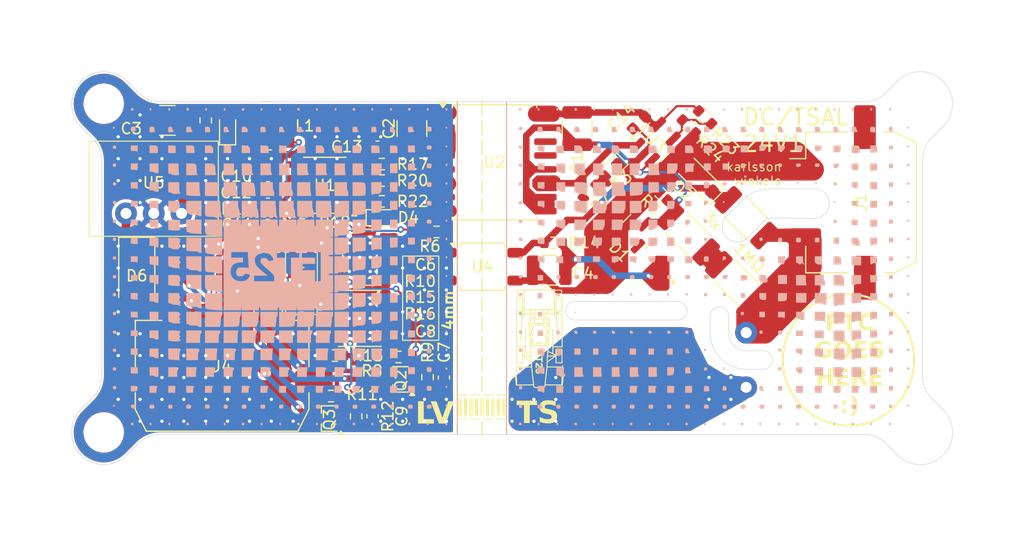
<source format=kicad_pcb>
(kicad_pcb
	(version 20240108)
	(generator "pcbnew")
	(generator_version "8.0")
	(general
		(thickness 1.6)
		(legacy_teardrops no)
	)
	(paper "A4")
	(layers
		(0 "F.Cu" signal)
		(31 "B.Cu" signal)
		(32 "B.Adhes" user "B.Adhesive")
		(33 "F.Adhes" user "F.Adhesive")
		(34 "B.Paste" user)
		(35 "F.Paste" user)
		(36 "B.SilkS" user "B.Silkscreen")
		(37 "F.SilkS" user "F.Silkscreen")
		(38 "B.Mask" user)
		(39 "F.Mask" user)
		(40 "Dwgs.User" user "User.Drawings")
		(41 "Cmts.User" user "User.Comments")
		(42 "Eco1.User" user "User.Eco1")
		(43 "Eco2.User" user "User.Eco2")
		(44 "Edge.Cuts" user)
		(45 "Margin" user)
		(46 "B.CrtYd" user "B.Courtyard")
		(47 "F.CrtYd" user "F.Courtyard")
		(48 "B.Fab" user)
		(49 "F.Fab" user)
		(50 "User.1" user)
		(51 "User.2" user)
		(52 "User.3" user)
		(53 "User.4" user)
		(54 "User.5" user)
		(55 "User.6" user)
		(56 "User.7" user)
		(57 "User.8" user)
		(58 "User.9" user)
	)
	(setup
		(stackup
			(layer "F.SilkS"
				(type "Top Silk Screen")
				(color "White")
			)
			(layer "F.Paste"
				(type "Top Solder Paste")
			)
			(layer "F.Mask"
				(type "Top Solder Mask")
				(color "Black")
				(thickness 0.01)
			)
			(layer "F.Cu"
				(type "copper")
				(thickness 0.035)
			)
			(layer "dielectric 1"
				(type "core")
				(color "FR4 natural")
				(thickness 1.51)
				(material "FR4")
				(epsilon_r 4.5)
				(loss_tangent 0.02)
			)
			(layer "B.Cu"
				(type "copper")
				(thickness 0.035)
			)
			(layer "B.Mask"
				(type "Bottom Solder Mask")
				(color "Black")
				(thickness 0.01)
			)
			(layer "B.Paste"
				(type "Bottom Solder Paste")
			)
			(layer "B.SilkS"
				(type "Bottom Silk Screen")
				(color "White")
			)
			(copper_finish "None")
			(dielectric_constraints no)
		)
		(pad_to_mask_clearance 0)
		(allow_soldermask_bridges_in_footprints no)
		(pcbplotparams
			(layerselection 0x00010fc_ffffffff)
			(plot_on_all_layers_selection 0x0000000_00000000)
			(disableapertmacros no)
			(usegerberextensions no)
			(usegerberattributes yes)
			(usegerberadvancedattributes yes)
			(creategerberjobfile yes)
			(dashed_line_dash_ratio 12.000000)
			(dashed_line_gap_ratio 3.000000)
			(svgprecision 4)
			(plotframeref no)
			(viasonmask no)
			(mode 1)
			(useauxorigin no)
			(hpglpennumber 1)
			(hpglpenspeed 20)
			(hpglpendiameter 15.000000)
			(pdf_front_fp_property_popups yes)
			(pdf_back_fp_property_popups yes)
			(dxfpolygonmode yes)
			(dxfimperialunits yes)
			(dxfusepcbnewfont yes)
			(psnegative no)
			(psa4output no)
			(plotreference yes)
			(plotvalue yes)
			(plotfptext yes)
			(plotinvisibletext no)
			(sketchpadsonfab no)
			(subtractmaskfromsilk no)
			(outputformat 1)
			(mirror no)
			(drillshape 1)
			(scaleselection 1)
			(outputdirectory "")
		)
	)
	(net 0 "")
	(net 1 "HV-")
	(net 2 "GND")
	(net 3 "Net-(Q1-G)")
	(net 4 "+BATT")
	(net 5 "/RED_EN")
	(net 6 "/RED_Low")
	(net 7 "/GREEN_EN")
	(net 8 "/GREEN_Low")
	(net 9 "Net-(U1-CV)")
	(net 10 "/TRIG")
	(net 11 "/TS_Active")
	(net 12 "/Vdiv")
	(net 13 "Net-(D2-K)")
	(net 14 "Net-(D3-A)")
	(net 15 "Net-(D4-A)")
	(net 16 "HV+")
	(net 17 "/TS_OFF")
	(net 18 "/SDC")
	(net 19 "/RED_High")
	(net 20 "/GREEN_High")
	(net 21 "Net-(Q1-D)")
	(net 22 "Net-(Q2-G)")
	(net 23 "Net-(Q3-G)")
	(net 24 "Net-(R1-Pad1)")
	(net 25 "Net-(R6-Pad2)")
	(net 26 "/TS>60V")
	(net 27 "Net-(U6-ISET)")
	(net 28 "Net-(U7-ISET)")
	(net 29 "Net-(U1-DIS)")
	(net 30 "unconnected-(U2-OUTC-Pad5)")
	(net 31 "unconnected-(U2-OUTB-Pad13)")
	(net 32 "unconnected-(U2-OUTA-Pad14)")
	(net 33 "unconnected-(U2-NC-Pad7)")
	(net 34 "+3V3_HV")
	(net 35 "Net-(D5-A)")
	(net 36 "/Vref")
	(net 37 "Net-(D6-A)")
	(net 38 "+5V")
	(net 39 "unconnected-(D1-NC-Pad2)")
	(net 40 "unconnected-(J1-PadMP)")
	(net 41 "unconnected-(J1-PadMP)_1")
	(net 42 "Net-(U5-Vout)")
	(net 43 "Net-(U1-R)")
	(footprint "Capacitor_SMD:C_0603_1608Metric" (layer "F.Cu") (at 156.745 67.5 180))
	(footprint "Capacitor_SMD:C_0603_1608Metric" (layer "F.Cu") (at 187.6 50.7 -135))
	(footprint "Connector_Molex:Molex_Micro-Fit_3.0_43045-0810_2x04-1MP_P3.00mm_Horizontal" (layer "F.Cu") (at 149.5 66.415 180))
	(footprint "Resistor_SMD:R_0603_1608Metric" (layer "F.Cu") (at 159.8 72 180))
	(footprint "Resistor_SMD:R_0603_1608Metric" (layer "F.Cu") (at 164.0975 57.9 180))
	(footprint "Package_TO_SOT_SMD:TO-263-2" (layer "F.Cu") (at 187.1 72.675 -90))
	(footprint "Resistor_SMD:R_0603_1608Metric" (layer "F.Cu") (at 165.625 72.125 180))
	(footprint "Resistor_SMD:R_0603_1608Metric" (layer "F.Cu") (at 192.156572 51.049243 -45))
	(footprint "Resistor_SMD:R_2010_5025Metric" (layer "F.Cu") (at 192.105552 60.905552 -45))
	(footprint "Resistor_SMD:R_0603_1608Metric" (layer "F.Cu") (at 161.75 77.55 90))
	(footprint "Resistor_SMD:R_0603_1608Metric" (layer "F.Cu") (at 189.6 57.2 135))
	(footprint "Package_SO:SOIC-8_3.9x4.9mm_P1.27mm" (layer "F.Cu") (at 158.885 56.435 180))
	(footprint "Resistor_SMD:R_0603_1608Metric" (layer "F.Cu") (at 159.45 75.7 180))
	(footprint "Resistor_SMD:R_0603_1608Metric" (layer "F.Cu") (at 193.642275 50.220411 -45))
	(footprint "Package_SO:HSOP-8-1EP_3.9x4.9mm_P1.27mm_EP2.41x3.1mm_ThermalVias" (layer "F.Cu") (at 162.075 68.6))
	(footprint "Resistor_SMD:R_0603_1608Metric" (layer "F.Cu") (at 156.75 63))
	(footprint "Capacitor_SMD:C_0603_1608Metric" (layer "F.Cu") (at 169.775 74 -90))
	(footprint "Resistor_SMD:R_2010_5025Metric" (layer "F.Cu") (at 196.535184 65.335184 -45))
	(footprint "Capacitor_SMD:C_1210_3225Metric" (layer "F.Cu") (at 181.95 51.25 -90))
	(footprint "LED_SMD:LED_0603_1608Metric" (layer "F.Cu") (at 185.043153 55.056847 -135))
	(footprint "Package_TO_SOT_SMD:SOT-323_SC-70" (layer "F.Cu") (at 165.825 74.175 180))
	(footprint "Connector_PinHeader_2.54mm:PinHeader_1x02_P2.54mm_Vertical" (layer "F.Cu") (at 197.4 72.4))
	(footprint "Capacitor_SMD:C_1210_3225Metric" (layer "F.Cu") (at 166.85 51.25 -90))
	(footprint "Package_TO_SOT_SMD:SOT-23-5_HandSoldering" (layer "F.Cu") (at 189.1 52.5 45))
	(footprint "Resistor_SMD:R_0603_1608Metric" (layer "F.Cu") (at 156.75 64.465))
	(footprint "Package_SO:SOP-4_3.8x4.1mm_P2.54mm" (layer "F.Cu") (at 173.3 63.87))
	(footprint "Connector_Molex:Molex_Micro-Fit_3.0_43650-0310_1x03-1MP_P3.00mm_Horizontal" (layer "F.Cu") (at 207.9 58 -90))
	(footprint "Package_TO_SOT_SMD:SOT-323_SC-70" (layer "F.Cu") (at 159.3 77.75 180))
	(footprint "MountingHole:MountingHole_3.2mm_M3" (layer "F.Cu") (at 138.67868 48.97868 180))
	(footprint "Resistor_SMD:R_0603_1608Metric" (layer "F.Cu") (at 156.745 66 180))
	(footprint "Capacitor_SMD:C_0603_1608Metric" (layer "F.Cu") (at 153.685 57.1 180))
	(footprint "MountingHole:MountingHole_3.2mm_M3" (layer "F.Cu") (at 213.32132 79.02132))
	(footprint "Resistor_SMD:R_0603_1608Metric" (layer "F.Cu") (at 164.1 54.5 180))
	(footprint "Resistor_SMD:R_0603_1608Metric" (layer "F.Cu") (at 148 50.5 -90))
	(footprint "Resistor_SMD:R_0603_1608Metric" (layer "F.Cu") (at 153.685 58.6 180))
	(footprint "Capacitor_SMD:C_0603_1608Metric" (layer "F.Cu") (at 163.25 77.55 -90))
	(footprint "Diode_SMD:D_SOD-123" (layer "F.Cu") (at 193.1 55.825 135))
	(footprint "MountingHole:MountingHole_3.2mm_M3" (layer "F.Cu") (at 138.67868 79.02132 -90))
	(footprint "Resistor_SMD:R_0603_1608Metric" (layer "F.Cu") (at 183.1 57 45))
	(footprint "Package_SO:SOIC-16W_7.5x10.3mm_P1.27mm"
		(layer "F.Cu")
		(uuid "a41e1a9c-908b-49bf-8927-63032ed814bb")
		(at 174.4 54.345)
		(descr "SOIC, 16 Pin (JEDEC MS-013AA, https://www.analog.com/media/en/package-pcb-resources/package/pkg_pdf/soic_wide-rw/rw_16.pdf), generated with kicad-footprint-generator ipc_gullwing_generator.py")
		(tags "SOIC SO")
		(property "Reference" "U2"
			(at 0 -0.005 0)
			(layer "F.SilkS")
			(uuid "a2505e79-6b69-49e0-8e85-872e6bf30495")
			(effects
				(font
					(size 1 1)
					(thickness 0.15)
				)
			)
		)
		(property "Value" "18024215401L"
			(at 0 6.1 0)
			(layer "F.Fab")
			(uuid "996a7646-e8fe-4c18-b5f6-b49a67b34e4c")
			(effects
				(font
					(size 1 1)
					(thickness 0.15)
				)
			)
		)
		(property "Footprint" "Package_SO:SOIC-16W_7.5x10.3mm_P1.27mm"
			(at 0 0 0)
			(unlocked yes)
			(layer "F.Fab")
			(hide yes)
			(uuid "f365419b-21e4-4ee1-8c78-52fcbbe82b8f")
			(effects
				(font
					(size 1.27 1.27)
					(thickness 0.15)
				)
			)
		)
		(property "Datasheet" "https://www.we-online.com/components/products/datasheet/18024215401H.pdf"
			(at 0 0 0)
			(unlocked yes)
			(layer "F.Fab")
			(hide yes)
			(uuid "eca51651-59b7-48dd-862f-b1c922d9d190")
			(effects
				(font
					(size 1.27 1.27)
					(thickness 0.15)
				)
			)
		)
		(property "Description" ""
			(at 0 0 0)
			(unlocked yes)
			(layer "F.Fab")
			(hide yes)
			(uuid "c0c67fd9-fb34-4fe9-bd89-0b8875c448f5")
			(effects
				(font
					(size 1.27 1.27)
					(thickness 0.15)
				)
			)
		)
		(path "/1d598d0b-0317-453c-a82d-eb54014498e7")
		(sheetname "Root")
		(sheetfile "DC.kicad_sch")
		(attr smd)
		(fp_line
			(start -3.86 -5.26)
			(end -3.86 -5.005)
			(stroke
				(width 0.12)
				(type solid)
			)
			(layer "F.SilkS")
			(uuid "d8b1652e-43a1-44ad-a108-2be2fab21147")
		)
		(fp_line
			(start -3.86 5.26)
			(end -3.86 5.005)
			(stroke
				(width 0.12)
				(type solid)
			)
			(layer "F.SilkS")
			(uuid "14fc7c14-381a-44fc-8e9c-3ca9f714c8a6")
		)
		(fp_line
			(start 0 -5.26)
			(end -3.86 -5.26)
			(stroke
				(width 0.12)
				(type solid)
			)
			(layer "F.SilkS")
			(uuid "dc1b5e51-81c7-41bf-8f9e-6d2eec6650d1")
		)
		(fp_line
			(start 0 -5.26)
			(end 3.86 -5.26)
			(stroke
				(width 0.12)
				(type solid)
			)
			(layer "F.SilkS")
			(uuid "e9dbc282-30ab-490e-9bca-d6d676155d19")
		)
		(fp_line
			(start 0 5.26)
			(end -3.86 5.26)
			(stroke
				(width 0.12)
				(type solid)
			)
			(layer "F.SilkS")
			(uuid "0fd27d97-b764-4f19-936b-68d455c223d0")
		)
		(fp_line
			(start 0 5.26)
			(end 3.86 5.26)
			(stroke
				(width 0.12)
				(type solid)
			)
			(layer "F.SilkS")
			(uuid "3de49d7b-fc58-4920-ba1e-76abd98437d4")
		)
		(fp_line
			(start 3.86 -5.26)
			(end 3.86 -5.005)
			(stroke
				(width 0.12)
				(type solid)
			)
			(layer "F.SilkS")
			(uuid "8b8419e7-4d11-4412-a669-fc8d6b40bc95")
		)
		(fp_line
			(start 3.86 5.26)
			(end 3.86 5.005)
			(stroke
				(width 0.12)
				(type solid)
			)
			(layer "F.SilkS")
			(uuid "3a19c767-6603-44cb-8a2f-171edcc0d1be")
		)
		(fp_poly
			(pts
				(xy -4.7125 -5.005) (xy -5.0525 -5.475) (xy -4.3725 -5.475) (xy -4.7125 -5.005)
			)
			(stroke
				(width 0.12)
				(type solid)
			)
			(fill solid)
			(layer "F.SilkS")
			(uuid "eab12edd-ca86-4a58-82c7-38d9127d7b6d")
		)
		(fp_line
			(start -5.93 -5.4)
			(end -5.93 5.4)
			(stroke
				(width 0.05)
				(type solid)
			)
			(layer "F.CrtYd")
			(uuid "170db562-5cc0-408c-ba2c-d0e9d12bcdcf")
		)
		(fp_line
			(start -5.93 5.4)
			(end 5.93 5.4)
			(stroke
				(width 0.05)
				(type solid)
			)
			(layer "F.CrtYd")
			(uuid "ec375f43-5b0c-4d99-b8f2-47195d29165f")
		)
		(fp_line
			(start 5.93 -5.4)
			(end -5.93 -5.4)
			(stroke
				(width 0.05)
				(type solid)
			)
			(layer "F.CrtYd")
			(uuid "e6c4b6f4-ece5-4225-98b6-00ab8de62240")
		)
		(fp_line
			(start 5.93 5.4)
			(end 5.93 -5.4)
			(stroke
				(width 0.05)
				(type solid)
			)
			(layer "F.CrtYd")
			(uuid "51861213-afec-46ff-a220-f0a3daad5f03")
		)
		(fp_line
			(start -3.75 -4.15)
			(end -2.75 -5.15)
			(stroke
				(width 0.1)
				(type solid)
			)
			(layer "F.Fab")
			(uuid "5b38de4e-5545-4160-9e57-9e99e4f55979")
		)
		(fp_line
			(start -3.75 5.15)
			(end -3.75 -4.15)
			(stroke
				(width 0.1)
				(type solid)
			)
			(layer "F.Fab")
			(uuid "24d4b86b-54b4-4096-86e4-6c08f8f76df8")
		)
		(fp_line
			(start -2.75 -5.15)
			(end 3.75 -5.15)
			(stroke
				(width 0.1)
				(type solid)
			)
			(layer "F.Fab")
			(uuid "81e83a33-1625-4c83-ba00-4fa403fbdd5b")
		)
		(fp_line
			(start 3.75 -5.15)
			(end 3.75 5.15)
			(stroke
				(width 0.1)
				(type solid)
			)
			(layer "F.Fab")
			(uuid "491ea3f1-a21e-4634-9129-b826e4fe38ea")
		)
		(fp_line
			(start 3.75 5.15)
			(end -3.75 5.15)
			(stroke
				(width 0.1)
				(type solid)
			)
			(layer "F.Fab")
			(uuid "1942ba08-9c74-4b77-b9b0-1ba64931f7ae")
		)
		(fp_text user "${REFERENCE}"
			(at 0 0 0)
			(layer "F.Fab")
			(uuid "5a199d1e-1411-4a0b-a93c-0694bc184667")
			(effects
				(font
					(size 1 1)
					(thickness 0.15)
				)
			)
		)
		(pad "1" smd roundrect
			(at -4.65 -4.445)
			(size 2.05 0.6)
			(layers "F.Cu" "F.Paste" "F.Mask")
			(roundrect_rratio 0.25)
			(net 38 "+5V")
			(pinfunction "VCC")
			(pintype "power_in")
			(uuid "c071cdec-df48-4a60-8679-8e357a2cbef5")
		)
		(pad "2" smd roundrect
			(at -4.65 -3.175)
			(size 2.05 0.6)
			(layers "F.Cu" "F.Paste" "F.Mask")
			(roundrect_rratio 0.25)
			(net 2 "GND")
			(pinfunction "GND")
			(pintype "power_in")
			(uuid "541531fe-90d
... [821979 chars truncated]
</source>
